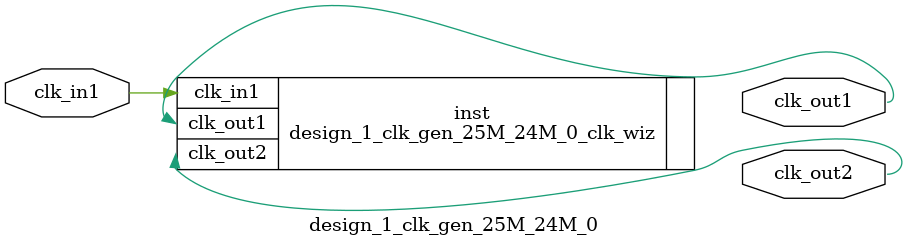
<source format=v>


`timescale 1ps/1ps

(* CORE_GENERATION_INFO = "design_1_clk_gen_25M_24M_0,clk_wiz_v6_0_0_0,{component_name=design_1_clk_gen_25M_24M_0,use_phase_alignment=true,use_min_o_jitter=false,use_max_i_jitter=false,use_dyn_phase_shift=false,use_inclk_switchover=false,use_dyn_reconfig=false,enable_axi=0,feedback_source=FDBK_AUTO,PRIMITIVE=MMCM,num_out_clk=2,clkin1_period=10.000,clkin2_period=10.000,use_power_down=false,use_reset=false,use_locked=false,use_inclk_stopped=false,feedback_type=SINGLE,CLOCK_MGR_TYPE=NA,manual_override=false}" *)

module design_1_clk_gen_25M_24M_0 
 (
  // Clock out ports
  output        clk_out1,
  output        clk_out2,
 // Clock in ports
  input         clk_in1
 );

  design_1_clk_gen_25M_24M_0_clk_wiz inst
  (
  // Clock out ports  
  .clk_out1(clk_out1),
  .clk_out2(clk_out2),
 // Clock in ports
  .clk_in1(clk_in1)
  );

endmodule

</source>
